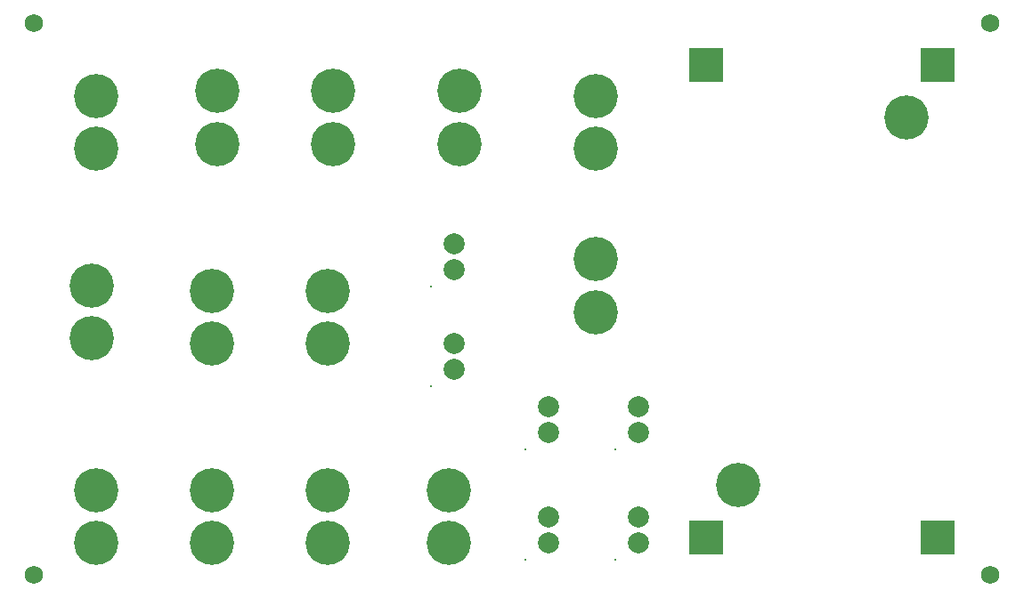
<source format=gts>
G04 Layer_Color=20142*
%FSLAX24Y24*%
%MOIN*%
G70*
G01*
G75*
%ADD23C,0.1655*%
%ADD24C,0.0680*%
%ADD25C,0.0080*%
%ADD26C,0.0789*%
%ADD27R,0.1261X0.1261*%
D23*
X13386Y41535D02*
D03*
Y39567D02*
D03*
Y56299D02*
D03*
Y54331D02*
D03*
X37402Y41732D02*
D03*
X43701Y55512D02*
D03*
X32087Y56299D02*
D03*
Y54331D02*
D03*
Y50197D02*
D03*
Y48228D02*
D03*
X13189Y49213D02*
D03*
Y47244D02*
D03*
X17717Y49016D02*
D03*
Y47047D02*
D03*
X22047Y49016D02*
D03*
Y47047D02*
D03*
X26969Y56496D02*
D03*
Y54528D02*
D03*
X26575Y41535D02*
D03*
Y39567D02*
D03*
X22244Y56496D02*
D03*
Y54528D02*
D03*
X22047Y41535D02*
D03*
Y39567D02*
D03*
X17717Y41535D02*
D03*
Y39567D02*
D03*
X17913Y56496D02*
D03*
Y54528D02*
D03*
D24*
X11024Y59055D02*
D03*
Y38386D02*
D03*
X46850D02*
D03*
Y59055D02*
D03*
D25*
X32795Y38937D02*
D03*
X29449D02*
D03*
X32795Y43071D02*
D03*
X29449D02*
D03*
X25906Y49173D02*
D03*
Y45433D02*
D03*
D26*
X33661Y40551D02*
D03*
Y39567D02*
D03*
X30315Y40551D02*
D03*
Y39567D02*
D03*
X33661Y44685D02*
D03*
Y43701D02*
D03*
X30315Y44685D02*
D03*
Y43701D02*
D03*
X26772Y50787D02*
D03*
Y49803D02*
D03*
Y47047D02*
D03*
Y46063D02*
D03*
D27*
X36220Y39764D02*
D03*
X44882D02*
D03*
X36220Y57480D02*
D03*
X44882D02*
D03*
M02*

</source>
